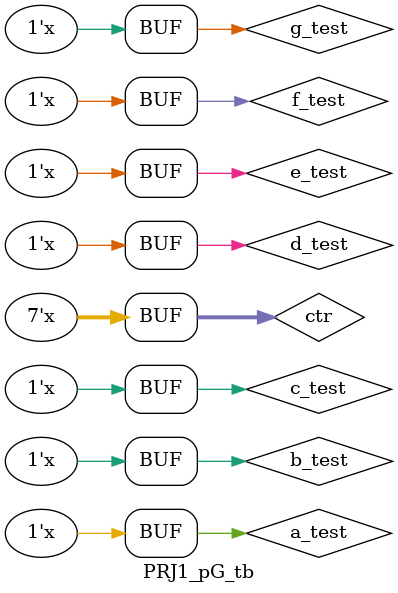
<source format=v>
`timescale 100 ns / 1 ns

module PRJ1_pG_tb;
	reg   [6:0] ctr;
	wire  a_test, b_test, c_test, d_test, e_test, f_test, g_test, P_test;
	  
PRJ1_pG instance1 (.x(ctr),.P(P_test));
initial
	begin
		ctr = 7'b0;
	end
	
	always // incremets ctr every 10 time units
		#10 ctr = ctr + 1;
		
// assigns each input with a ctr value
assign a_test = ctr[6];
assign b_test = ctr[5];
assign c_test = ctr[4];
assign d_test = ctr[3];
assign e_test = ctr[2];
assign f_test = ctr[1];
assign g_test = ctr[0];

endmodule



</source>
